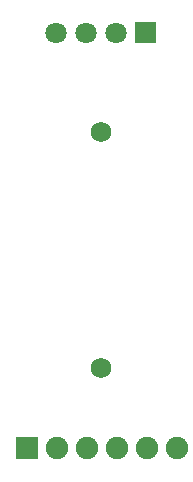
<source format=gbs>
G04 Layer: BottomSolderMaskLayer*
G04 EasyEDA v6.4.25, 2022-01-11T00:03:50+05:30*
G04 e79d8a0691a342feb3cd135c88b6c30b,bb4acb9064584a23a31515f2769df67a,10*
G04 Gerber Generator version 0.2*
G04 Scale: 100 percent, Rotated: No, Reflected: No *
G04 Dimensions in millimeters *
G04 leading zeros omitted , absolute positions ,4 integer and 5 decimal *
%FSLAX45Y45*%
%MOMM*%

%ADD30C,1.7272*%
%ADD35C,1.8016*%
%ADD36C,1.9016*%

%LPD*%
D30*
G01*
X1803400Y4524502D03*
G01*
X1803400Y6524497D03*
G36*
X2094229Y7275829D02*
G01*
X2094229Y7456170D01*
X2274570Y7456170D01*
X2274570Y7275829D01*
G37*
D35*
G01*
X1930400Y7366000D03*
G01*
X1676400Y7366000D03*
G01*
X1422400Y7366000D03*
D36*
G01*
X2451100Y3848100D03*
G01*
X2197100Y3848100D03*
G01*
X1943100Y3848100D03*
G01*
X1689100Y3848100D03*
G01*
X1435100Y3848100D03*
G36*
X1086104Y3753104D02*
G01*
X1086104Y3943095D01*
X1276095Y3943095D01*
X1276095Y3753104D01*
G37*
M02*

</source>
